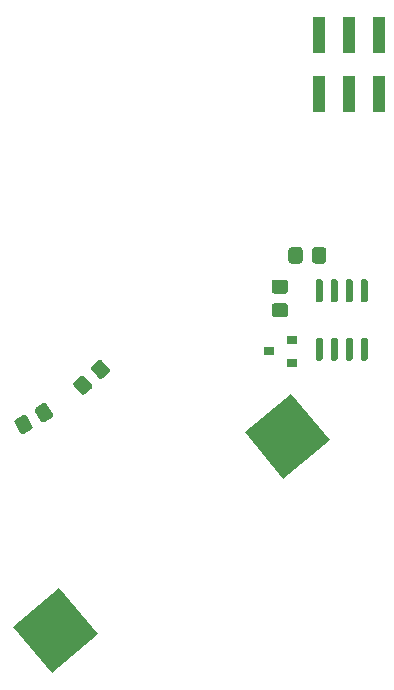
<source format=gbr>
%TF.GenerationSoftware,KiCad,Pcbnew,(5.1.7-0-10_14)*%
%TF.CreationDate,2020-10-21T09:02:29+08:00*%
%TF.ProjectId,HallowBadges,48616c6c-6f77-4426-9164-6765732e6b69,rev?*%
%TF.SameCoordinates,Original*%
%TF.FileFunction,Paste,Bot*%
%TF.FilePolarity,Positive*%
%FSLAX46Y46*%
G04 Gerber Fmt 4.6, Leading zero omitted, Abs format (unit mm)*
G04 Created by KiCad (PCBNEW (5.1.7-0-10_14)) date 2020-10-21 09:02:29*
%MOMM*%
%LPD*%
G01*
G04 APERTURE LIST*
%ADD10C,0.100000*%
%ADD11R,1.000000X3.150000*%
%ADD12R,0.900000X0.800000*%
G04 APERTURE END LIST*
D10*
%TO.C,BT1*%
G36*
X146215736Y-129088459D02*
G01*
X149493953Y-132995286D01*
X145587126Y-136273503D01*
X142308909Y-132366676D01*
X146215736Y-129088459D01*
G37*
G36*
X165826474Y-112633097D02*
G01*
X169104691Y-116539924D01*
X165197864Y-119818141D01*
X161919647Y-115911314D01*
X165826474Y-112633097D01*
G37*
%TD*%
D11*
%TO.C,J1*%
X168241700Y-82228100D03*
X168241700Y-87278100D03*
X170781700Y-82228100D03*
X170781700Y-87278100D03*
X173321700Y-82228100D03*
X173321700Y-87278100D03*
%TD*%
D12*
%TO.C,Q1*%
X165952400Y-108098200D03*
X165952400Y-109998200D03*
X163952400Y-109048200D03*
%TD*%
%TO.C,R1*%
G36*
G01*
X149851022Y-109840275D02*
X150453241Y-110509107D01*
G75*
G02*
X150434738Y-110862174I-185785J-167282D01*
G01*
X149914535Y-111330566D01*
G75*
G02*
X149561468Y-111312063I-167282J185785D01*
G01*
X148959249Y-110643231D01*
G75*
G02*
X148977752Y-110290164I185785J167282D01*
G01*
X149497955Y-109821772D01*
G75*
G02*
X149851022Y-109840275I167282J-185785D01*
G01*
G37*
G36*
G01*
X148364732Y-111178537D02*
X148966951Y-111847369D01*
G75*
G02*
X148948448Y-112200436I-185785J-167282D01*
G01*
X148428245Y-112668828D01*
G75*
G02*
X148075178Y-112650325I-167282J185785D01*
G01*
X147472959Y-111981493D01*
G75*
G02*
X147491462Y-111628426I185785J167282D01*
G01*
X148011665Y-111160034D01*
G75*
G02*
X148364732Y-111178537I167282J-185785D01*
G01*
G37*
%TD*%
%TO.C,R2*%
G36*
G01*
X143489489Y-114548088D02*
X143939490Y-115327512D01*
G75*
G02*
X143847985Y-115669017I-216505J-125000D01*
G01*
X143241766Y-116019018D01*
G75*
G02*
X142900261Y-115927512I-125000J216505D01*
G01*
X142450260Y-115148087D01*
G75*
G02*
X142541766Y-114806583I216505J124999D01*
G01*
X143147985Y-114456582D01*
G75*
G02*
X143489489Y-114548088I124999J-216505D01*
G01*
G37*
G36*
G01*
X145221539Y-113548088D02*
X145671540Y-114327512D01*
G75*
G02*
X145580035Y-114669017I-216505J-125000D01*
G01*
X144973816Y-115019018D01*
G75*
G02*
X144632311Y-114927512I-125000J216505D01*
G01*
X144182310Y-114148087D01*
G75*
G02*
X144273816Y-113806583I216505J124999D01*
G01*
X144880035Y-113456582D01*
G75*
G02*
X145221539Y-113548088I124999J-216505D01*
G01*
G37*
%TD*%
%TO.C,R3*%
G36*
G01*
X165625700Y-101370201D02*
X165625700Y-100470199D01*
G75*
G02*
X165875699Y-100220200I249999J0D01*
G01*
X166575701Y-100220200D01*
G75*
G02*
X166825700Y-100470199I0J-249999D01*
G01*
X166825700Y-101370201D01*
G75*
G02*
X166575701Y-101620200I-249999J0D01*
G01*
X165875699Y-101620200D01*
G75*
G02*
X165625700Y-101370201I0J249999D01*
G01*
G37*
G36*
G01*
X167625700Y-101370201D02*
X167625700Y-100470199D01*
G75*
G02*
X167875699Y-100220200I249999J0D01*
G01*
X168575701Y-100220200D01*
G75*
G02*
X168825700Y-100470199I0J-249999D01*
G01*
X168825700Y-101370201D01*
G75*
G02*
X168575701Y-101620200I-249999J0D01*
G01*
X167875699Y-101620200D01*
G75*
G02*
X167625700Y-101370201I0J249999D01*
G01*
G37*
%TD*%
%TO.C,R4*%
G36*
G01*
X165351601Y-104165100D02*
X164451599Y-104165100D01*
G75*
G02*
X164201600Y-103915101I0J249999D01*
G01*
X164201600Y-103215099D01*
G75*
G02*
X164451599Y-102965100I249999J0D01*
G01*
X165351601Y-102965100D01*
G75*
G02*
X165601600Y-103215099I0J-249999D01*
G01*
X165601600Y-103915101D01*
G75*
G02*
X165351601Y-104165100I-249999J0D01*
G01*
G37*
G36*
G01*
X165351601Y-106165100D02*
X164451599Y-106165100D01*
G75*
G02*
X164201600Y-105915101I0J249999D01*
G01*
X164201600Y-105215099D01*
G75*
G02*
X164451599Y-104965100I249999J0D01*
G01*
X165351601Y-104965100D01*
G75*
G02*
X165601600Y-105215099I0J-249999D01*
G01*
X165601600Y-105915101D01*
G75*
G02*
X165351601Y-106165100I-249999J0D01*
G01*
G37*
%TD*%
%TO.C,U1*%
G36*
G01*
X172189000Y-109856600D02*
X171889000Y-109856600D01*
G75*
G02*
X171739000Y-109706600I0J150000D01*
G01*
X171739000Y-108056600D01*
G75*
G02*
X171889000Y-107906600I150000J0D01*
G01*
X172189000Y-107906600D01*
G75*
G02*
X172339000Y-108056600I0J-150000D01*
G01*
X172339000Y-109706600D01*
G75*
G02*
X172189000Y-109856600I-150000J0D01*
G01*
G37*
G36*
G01*
X170919000Y-109856600D02*
X170619000Y-109856600D01*
G75*
G02*
X170469000Y-109706600I0J150000D01*
G01*
X170469000Y-108056600D01*
G75*
G02*
X170619000Y-107906600I150000J0D01*
G01*
X170919000Y-107906600D01*
G75*
G02*
X171069000Y-108056600I0J-150000D01*
G01*
X171069000Y-109706600D01*
G75*
G02*
X170919000Y-109856600I-150000J0D01*
G01*
G37*
G36*
G01*
X169649000Y-109856600D02*
X169349000Y-109856600D01*
G75*
G02*
X169199000Y-109706600I0J150000D01*
G01*
X169199000Y-108056600D01*
G75*
G02*
X169349000Y-107906600I150000J0D01*
G01*
X169649000Y-107906600D01*
G75*
G02*
X169799000Y-108056600I0J-150000D01*
G01*
X169799000Y-109706600D01*
G75*
G02*
X169649000Y-109856600I-150000J0D01*
G01*
G37*
G36*
G01*
X168379000Y-109856600D02*
X168079000Y-109856600D01*
G75*
G02*
X167929000Y-109706600I0J150000D01*
G01*
X167929000Y-108056600D01*
G75*
G02*
X168079000Y-107906600I150000J0D01*
G01*
X168379000Y-107906600D01*
G75*
G02*
X168529000Y-108056600I0J-150000D01*
G01*
X168529000Y-109706600D01*
G75*
G02*
X168379000Y-109856600I-150000J0D01*
G01*
G37*
G36*
G01*
X168379000Y-104906600D02*
X168079000Y-104906600D01*
G75*
G02*
X167929000Y-104756600I0J150000D01*
G01*
X167929000Y-103106600D01*
G75*
G02*
X168079000Y-102956600I150000J0D01*
G01*
X168379000Y-102956600D01*
G75*
G02*
X168529000Y-103106600I0J-150000D01*
G01*
X168529000Y-104756600D01*
G75*
G02*
X168379000Y-104906600I-150000J0D01*
G01*
G37*
G36*
G01*
X169649000Y-104906600D02*
X169349000Y-104906600D01*
G75*
G02*
X169199000Y-104756600I0J150000D01*
G01*
X169199000Y-103106600D01*
G75*
G02*
X169349000Y-102956600I150000J0D01*
G01*
X169649000Y-102956600D01*
G75*
G02*
X169799000Y-103106600I0J-150000D01*
G01*
X169799000Y-104756600D01*
G75*
G02*
X169649000Y-104906600I-150000J0D01*
G01*
G37*
G36*
G01*
X170919000Y-104906600D02*
X170619000Y-104906600D01*
G75*
G02*
X170469000Y-104756600I0J150000D01*
G01*
X170469000Y-103106600D01*
G75*
G02*
X170619000Y-102956600I150000J0D01*
G01*
X170919000Y-102956600D01*
G75*
G02*
X171069000Y-103106600I0J-150000D01*
G01*
X171069000Y-104756600D01*
G75*
G02*
X170919000Y-104906600I-150000J0D01*
G01*
G37*
G36*
G01*
X172189000Y-104906600D02*
X171889000Y-104906600D01*
G75*
G02*
X171739000Y-104756600I0J150000D01*
G01*
X171739000Y-103106600D01*
G75*
G02*
X171889000Y-102956600I150000J0D01*
G01*
X172189000Y-102956600D01*
G75*
G02*
X172339000Y-103106600I0J-150000D01*
G01*
X172339000Y-104756600D01*
G75*
G02*
X172189000Y-104906600I-150000J0D01*
G01*
G37*
%TD*%
M02*

</source>
